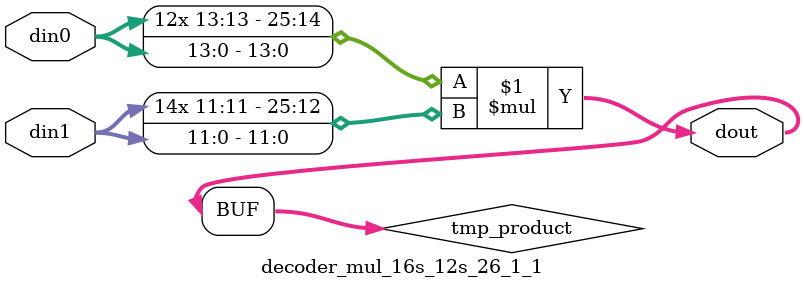
<source format=v>

`timescale 1 ns / 1 ps

 module decoder_mul_16s_12s_26_1_1(din0, din1, dout);
parameter ID = 1;
parameter NUM_STAGE = 0;
parameter din0_WIDTH = 14;
parameter din1_WIDTH = 12;
parameter dout_WIDTH = 26;

input [din0_WIDTH - 1 : 0] din0; 
input [din1_WIDTH - 1 : 0] din1; 
output [dout_WIDTH - 1 : 0] dout;

wire signed [dout_WIDTH - 1 : 0] tmp_product;



























assign tmp_product = $signed(din0) * $signed(din1);








assign dout = tmp_product;





















endmodule

</source>
